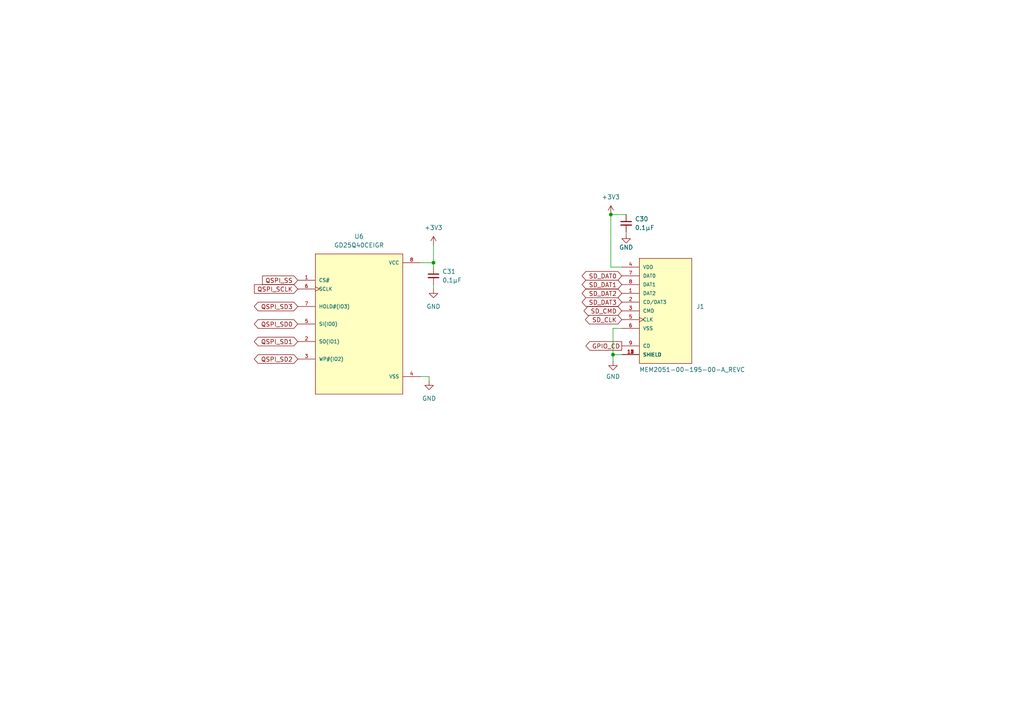
<source format=kicad_sch>
(kicad_sch (version 20211123) (generator eeschema)
  (paper "A4")
  (lib_symbols
    (symbol "Device:C_Small" (pin_numbers hide) (pin_names (offset 0.254) hide)
      (property "Reference" "C" (at 0.254 1.778 0))
      (property "Value" "C_Small" (at 0.254 -2.032 0))
      (symbol "C_Small_0_1"
        (polyline (pts (xy -1.524 -0.508) (xy 1.524 -0.508)) (stroke (width 0.3302)))
        (polyline (pts (xy -1.524 0.508) (xy 1.524 0.508)) (stroke (width 0.3048)))
      )
      (symbol "C_Small_1_1"
        (pin passive line (at 0 2.54 270) (length 2.032) (name "~") (number "1"))
        (pin passive line (at 0 -2.54 90) (length 2.032) (name "~") (number "2"))
      )
    )
    (symbol "personal:GD25Q40CEIGR" (pin_names (offset 1.016))
      (property "Reference" "U" (at -12.7 21.3106 0))
      (property "Value" "GD25Q40CEIGR" (at -12.7 -24.3078 0))
      (symbol "GD25Q40CEIGR_0_0"
        (rectangle (start -12.7 -20.32) (end 12.7 20.32) (fill (type background)))
        (pin input line (at -17.78 12.7 0) (length 5.08) (name "CS#") (number "1"))
        (pin bidirectional line (at -17.78 -5.08 0) (length 5.08) (name "SO(IO1)") (number "2"))
        (pin bidirectional line (at -17.78 -10.16 0) (length 5.08) (name "WP#(IO2)") (number "3"))
        (pin power_in line (at 17.78 -15.24 180) (length 5.08) (name "VSS") (number "4"))
        (pin bidirectional line (at -17.78 0 0) (length 5.08) (name "SI(IO0)") (number "5"))
        (pin input clock (at -17.78 10.16 0) (length 5.08) (name "SCLK") (number "6"))
        (pin bidirectional line (at -17.78 5.08 0) (length 5.08) (name "HOLD#(IO3)") (number "7"))
        (pin power_in line (at 17.78 17.78 180) (length 5.08) (name "VCC") (number "8"))
      )
    )
    (symbol "personal:MEM2051-00-195-00-A_REVC" (pin_names (offset 1.016))
      (property "Reference" "J" (at 0 15.2654 0))
      (property "Value" "MEM2051-00-195-00-A_REVC" (at 0 -17.78 0))
      (symbol "MEM2051-00-195-00-A_REVC_0_0"
        (pin bidirectional line (at -5.08 5.08 0) (length 5.08) (name "DAT2") (number "1"))
        (pin passive line (at -5.08 -12.7 0) (length 5.08) (name "SHIELD") (number "10"))
        (pin passive line (at -5.08 -12.7 0) (length 5.08) (name "SHIELD") (number "11"))
        (pin passive line (at -5.08 -12.7 0) (length 5.08) (name "SHIELD") (number "12"))
        (pin passive line (at -5.08 -12.7 0) (length 5.08) (name "SHIELD") (number "13"))
        (pin bidirectional line (at -5.08 2.54 0) (length 5.08) (name "CD/DAT3") (number "2"))
        (pin bidirectional line (at -5.08 0 0) (length 5.08) (name "CMD") (number "3"))
        (pin power_in line (at -5.08 12.7 0) (length 5.08) (name "VDD") (number "4"))
        (pin bidirectional clock (at -5.08 -2.54 0) (length 5.08) (name "CLK") (number "5"))
        (pin power_in line (at -5.08 -5.08 0) (length 5.08) (name "VSS") (number "6"))
        (pin bidirectional line (at -5.08 10.16 0) (length 5.08) (name "DAT0") (number "7"))
        (pin bidirectional line (at -5.08 7.62 0) (length 5.08) (name "DAT1") (number "8"))
        (pin passive line (at -5.08 -10.16 0) (length 5.08) (name "CD") (number "9"))
      )
      (symbol "MEM2051-00-195-00-A_REVC_0_1"
        (rectangle (start 0 15.24) (end 15.24 -15.24) (fill (type background)))
      )
    )
    (symbol "power:+3.3V" (power) (pin_names (offset 0))
      (property "Value" "+3.3V" (at 0 3.556 0))
      (symbol "+3.3V_0_1"
        (polyline (pts (xy -0.762 1.27) (xy 0 2.54)))
        (polyline (pts (xy 0 0) (xy 0 2.54)))
        (polyline (pts (xy 0 2.54) (xy 0.762 1.27)))
      )
      (symbol "+3.3V_1_1"
        (pin power_in line (at 0 0 90) (length 0) hide (name "+3V3") (number "1"))
      )
    )
    (symbol "power:GND" (power) (pin_names (offset 0))
      (property "Value" "GND" (at 0 -3.81 0))
      (symbol "GND_0_1"
        (polyline (pts (xy 0 0) (xy 0 -1.27) (xy 1.27 -1.27) (xy 0 -2.54) (xy -1.27 -1.27) (xy 0 -1.27)))
      )
      (symbol "GND_1_1"
        (pin power_in line (at 0 0 270) (length 0) hide (name "GND") (number "1"))
      )
    )
  )
  (junction (at 177.8 102.87))
  (junction (at 125.73 76.2))
  (junction (at 177.165 62.23))
  (wire (pts (xy 180.34 77.47) (xy 177.165 77.47)))
  (wire (pts (xy 181.61 67.31) (xy 181.61 67.945)))
  (wire (pts (xy 121.92 76.2) (xy 125.73 76.2)))
  (wire (pts (xy 177.8 102.87) (xy 177.8 104.775)))
  (wire (pts (xy 180.34 95.25) (xy 177.8 95.25)))
  (wire (pts (xy 121.92 109.22) (xy 124.46 109.22)))
  (wire (pts (xy 177.8 95.25) (xy 177.8 102.87)))
  (wire (pts (xy 125.73 76.2) (xy 125.73 77.47)))
  (wire (pts (xy 177.165 62.23) (xy 181.61 62.23)))
  (wire (pts (xy 124.46 109.22) (xy 124.46 110.49)))
  (wire (pts (xy 177.165 77.47) (xy 177.165 62.23)))
  (wire (pts (xy 180.34 102.87) (xy 177.8 102.87)))
  (wire (pts (xy 125.73 82.55) (xy 125.73 83.82)))
  (wire (pts (xy 125.73 71.12) (xy 125.73 76.2)))
  (global_label "QSPI_SD0" (shape bidirectional) (at 86.36 93.98 180) (property "Intersheet References" "${INTERSHEET_REFS}" (effects hide)))
  (global_label "QSPI_SCLK" (shape input) (at 86.36 83.82 180) (property "Intersheet References" "${INTERSHEET_REFS}" (effects hide)))
  (global_label "QSPI_SD3" (shape bidirectional) (at 86.36 88.9 180) (property "Intersheet References" "${INTERSHEET_REFS}" (effects hide)))
  (global_label "SD_DAT2" (shape bidirectional) (at 180.34 85.09 180) (property "Intersheet References" "${INTERSHEET_REFS}" (effects hide)))
  (global_label "SD_CLK" (shape bidirectional) (at 180.34 92.71 180) (property "Intersheet References" "${INTERSHEET_REFS}" (effects hide)))
  (global_label "SD_CMD" (shape bidirectional) (at 180.34 90.17 180) (property "Intersheet References" "${INTERSHEET_REFS}" (effects hide)))
  (global_label "SD_DAT3" (shape bidirectional) (at 180.34 87.63 180) (property "Intersheet References" "${INTERSHEET_REFS}" (effects hide)))
  (global_label "QSPI_SD2" (shape bidirectional) (at 86.36 104.14 180) (property "Intersheet References" "${INTERSHEET_REFS}" (effects hide)))
  (global_label "QSPI_SS" (shape input) (at 86.36 81.28 180) (property "Intersheet References" "${INTERSHEET_REFS}" (effects hide)))
  (global_label "SD_DAT1" (shape bidirectional) (at 180.34 82.55 180) (property "Intersheet References" "${INTERSHEET_REFS}" (effects hide)))
  (global_label "SD_DAT0" (shape bidirectional) (at 180.34 80.01 180) (property "Intersheet References" "${INTERSHEET_REFS}" (effects hide)))
  (global_label "QSPI_SD1" (shape bidirectional) (at 86.36 99.06 180) (property "Intersheet References" "${INTERSHEET_REFS}" (effects hide)))
  (global_label "GPIO_CD" (shape output) (at 180.34 100.33 180) (property "Intersheet References" "${INTERSHEET_REFS}" (effects hide)))
  (symbol (lib_id "personal:MEM2051-00-195-00-A_REVC") (at 185.42 90.17 0) (unit 1)
    (property "Reference" "J1" (at 201.93 88.8999 0) (effects (justify left)))
    (property "Value" "MEM2051-00-195-00-A_REVC" (at 185.42 107.95 0) (effects (justify left bottom)))
    (property "Footprint" "personal:GCT_MEM2051-00-195-00-A_REVC" (effects hide))
    (property "Datasheet" "https://media.digikey.com/pdf/Data%20Sheets/GCT%20PDFs/MEM2051_Prod_Spec.pdf" (effects hide))
    (property "MANUFACTURER" "GCT" (effects hide))
  )
  (symbol (lib_id "power:+3.3V") (at 125.73 71.12 0) (unit 1)
    (property "Reference" "#PWR036" (effects hide))
    (property "Value" "+3.3V" (at 125.73 66.04 0))
  )
  (symbol (lib_id "personal:GD25Q40CEIGR") (at 104.14 93.98 0) (unit 1)
    (property "Reference" "U6" (at 104.14 68.58 0))
    (property "Value" "GD25Q40CEIGR" (at 104.14 71.12 0))
    (property "Footprint" "personal:PSON50P200X300X50-9N" (effects hide))
    (property "Datasheet" "https://www.mouser.com/datasheet/2/870/gd25q40c_v2.2_20200318-1668237.pdf" (effects hide))
    (property "Manufacturer" "GigaDevice Semiconductor (HK) Limited" (effects hide))
    (property "Package" "PSON50P200X300X50-9N" (effects hide))
  )
  (symbol (lib_id "power:GND") (at 124.46 110.49 0) (unit 1)
    (property "Reference" "#PWR039" (effects hide))
    (property "Value" "GND" (at 124.46 115.57 0))
  )
  (symbol (lib_id "Device:C_Small") (at 125.73 80.01 0) (unit 1)
    (property "Reference" "C31" (at 128.27 78.7462 0) (effects (justify left)))
    (property "Value" "0.1µF" (at 128.27 81.2862 0) (effects (justify left)))
    (property "Footprint" "personal:C_0402_1005Metric" (effects hide))
  )
  (symbol (lib_id "power:GND") (at 181.61 67.945 0) (unit 1)
    (property "Reference" "#PWR035" (effects hide))
    (property "Value" "GND" (at 181.61 71.755 0))
  )
  (symbol (lib_id "power:GND") (at 125.73 83.82 0) (unit 1)
    (property "Reference" "#PWR037" (effects hide))
    (property "Value" "GND" (at 125.73 88.9 0))
  )
  (symbol (lib_id "power:+3.3V") (at 177.165 62.23 0) (unit 1)
    (property "Reference" "#PWR034" (effects hide))
    (property "Value" "+3.3V" (at 177.165 57.15 0))
  )
  (symbol (lib_id "Device:C_Small") (at 181.61 64.77 0) (unit 1)
    (property "Reference" "C30" (at 184.15 63.5062 0) (effects (justify left)))
    (property "Value" "0.1µF" (at 184.15 66.0462 0) (effects (justify left)))
    (property "Footprint" "personal:C_0402_1005Metric" (effects hide))
  )
  (symbol (lib_id "power:GND") (at 177.8 104.775 0) (unit 1)
    (property "Reference" "#PWR038" (effects hide))
    (property "Value" "GND" (at 177.8 109.22 0))
  )
)
</source>
